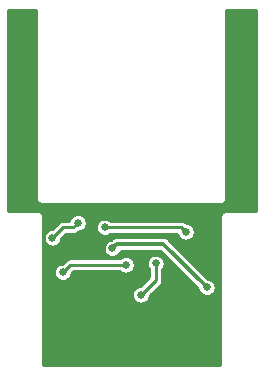
<source format=gbl>
G04 #@! TF.FileFunction,Copper,L16,Bot,Signal*
%FSLAX46Y46*%
G04 Gerber Fmt 4.6, Leading zero omitted, Abs format (unit mm)*
G04 Created by KiCad (PCBNEW 4.0.4-stable) date 07/01/17 17:47:30*
%MOMM*%
%LPD*%
G01*
G04 APERTURE LIST*
%ADD10C,0.100000*%
%ADD11C,0.635000*%
%ADD12C,0.355600*%
%ADD13C,0.254000*%
G04 APERTURE END LIST*
D10*
D11*
X4318000Y-24257000D03*
X15875000Y-24638000D03*
X7620000Y-19685000D03*
X13081000Y-21971000D03*
X11811000Y-24638000D03*
X10541000Y-22098000D03*
X5207000Y-22733000D03*
X9398000Y-20701000D03*
X17399000Y-24003000D03*
X15621000Y-19304000D03*
X8763000Y-18923000D03*
X4318000Y-19812000D03*
X6477000Y-18542000D03*
D12*
X15875000Y-24638000D02*
X15875000Y-24892000D01*
X6731000Y-26670000D02*
X4318000Y-24257000D01*
X14097000Y-26670000D02*
X6731000Y-26670000D01*
X15875000Y-24892000D02*
X14097000Y-26670000D01*
D13*
X13081000Y-23368000D02*
X13081000Y-21971000D01*
X11811000Y-24638000D02*
X13081000Y-23368000D01*
X10541000Y-22098000D02*
X5842000Y-22098000D01*
X5842000Y-22098000D02*
X5207000Y-22733000D01*
D12*
X9779000Y-20320000D02*
X10795000Y-20320000D01*
X9398000Y-20701000D02*
X9779000Y-20320000D01*
X17399000Y-24003000D02*
X13716000Y-20320000D01*
X13716000Y-20320000D02*
X9906000Y-20320000D01*
D13*
X15240000Y-18923000D02*
X14224000Y-18923000D01*
X15621000Y-19304000D02*
X15240000Y-18923000D01*
X14224000Y-18923000D02*
X8763000Y-18923000D01*
X8763000Y-18923000D02*
X8763000Y-18923000D01*
X5207000Y-18923000D02*
X6096000Y-18923000D01*
X4318000Y-19812000D02*
X5207000Y-18923000D01*
X6096000Y-18923000D02*
X6477000Y-18542000D01*
G36*
X2929500Y-16444800D02*
X2934152Y-16492249D01*
X2938477Y-16539765D01*
X2938979Y-16541469D01*
X2939152Y-16543238D01*
X2952930Y-16588874D01*
X2966403Y-16634651D01*
X2967227Y-16636228D01*
X2967740Y-16637926D01*
X2990108Y-16679994D01*
X3012228Y-16722305D01*
X3013342Y-16723691D01*
X3014176Y-16725259D01*
X3044311Y-16762208D01*
X3074205Y-16799389D01*
X3075566Y-16800531D01*
X3076690Y-16801909D01*
X3113427Y-16832300D01*
X3149975Y-16862968D01*
X3151534Y-16863825D01*
X3152901Y-16864956D01*
X3194796Y-16887608D01*
X3236650Y-16910618D01*
X3238346Y-16911156D01*
X3239907Y-16912000D01*
X3285453Y-16926099D01*
X3330930Y-16940525D01*
X3332695Y-16940723D01*
X3334394Y-16941249D01*
X3381849Y-16946237D01*
X3429224Y-16951551D01*
X3432635Y-16951575D01*
X3432762Y-16951588D01*
X3432890Y-16951576D01*
X3436300Y-16951600D01*
X18536300Y-16951600D01*
X18583749Y-16946948D01*
X18631265Y-16942623D01*
X18632969Y-16942121D01*
X18634738Y-16941948D01*
X18680374Y-16928170D01*
X18726151Y-16914697D01*
X18727728Y-16913873D01*
X18729426Y-16913360D01*
X18771494Y-16890992D01*
X18813805Y-16868872D01*
X18815191Y-16867758D01*
X18816759Y-16866924D01*
X18853708Y-16836789D01*
X18890889Y-16806895D01*
X18892031Y-16805534D01*
X18893409Y-16804410D01*
X18923800Y-16767673D01*
X18954468Y-16731125D01*
X18955325Y-16729566D01*
X18956456Y-16728199D01*
X18979108Y-16686304D01*
X19002118Y-16644450D01*
X19002656Y-16642754D01*
X19003500Y-16641193D01*
X19017599Y-16595647D01*
X19032025Y-16550170D01*
X19032223Y-16548405D01*
X19032749Y-16546706D01*
X19037737Y-16499251D01*
X19043051Y-16451876D01*
X19043075Y-16448465D01*
X19043088Y-16448338D01*
X19043076Y-16448210D01*
X19043100Y-16444800D01*
X19043100Y-551600D01*
X21529500Y-551600D01*
X21529500Y-17538000D01*
X19036300Y-17538000D01*
X18988851Y-17542652D01*
X18941335Y-17546977D01*
X18939631Y-17547479D01*
X18937862Y-17547652D01*
X18892226Y-17561430D01*
X18846449Y-17574903D01*
X18844872Y-17575727D01*
X18843174Y-17576240D01*
X18801106Y-17598608D01*
X18758795Y-17620728D01*
X18757409Y-17621842D01*
X18755841Y-17622676D01*
X18718892Y-17652811D01*
X18681711Y-17682705D01*
X18680569Y-17684066D01*
X18679191Y-17685190D01*
X18648800Y-17721927D01*
X18618132Y-17758475D01*
X18617275Y-17760034D01*
X18616144Y-17761401D01*
X18593492Y-17803296D01*
X18570482Y-17845150D01*
X18569944Y-17846846D01*
X18569100Y-17848407D01*
X18555001Y-17893953D01*
X18540575Y-17939430D01*
X18540377Y-17941195D01*
X18539851Y-17942894D01*
X18534863Y-17990349D01*
X18529549Y-18037724D01*
X18529525Y-18041135D01*
X18529512Y-18041262D01*
X18529524Y-18041390D01*
X18529500Y-18044800D01*
X18529500Y-30538000D01*
X3543100Y-30538000D01*
X3543100Y-24701003D01*
X11060715Y-24701003D01*
X11087241Y-24845535D01*
X11141335Y-24982161D01*
X11220937Y-25105678D01*
X11323014Y-25211382D01*
X11443678Y-25295246D01*
X11578333Y-25354075D01*
X11721851Y-25385630D01*
X11868764Y-25388707D01*
X12013477Y-25363190D01*
X12150477Y-25310051D01*
X12274548Y-25231314D01*
X12380961Y-25129977D01*
X12465665Y-25009902D01*
X12525433Y-24875660D01*
X12557989Y-24732367D01*
X12558713Y-24680549D01*
X13476131Y-23763131D01*
X13508884Y-23723257D01*
X13542073Y-23683704D01*
X13543489Y-23681129D01*
X13545354Y-23678858D01*
X13569721Y-23633412D01*
X13594613Y-23588135D01*
X13595503Y-23585328D01*
X13596889Y-23582744D01*
X13611956Y-23533462D01*
X13627589Y-23484181D01*
X13627917Y-23481258D01*
X13628775Y-23478451D01*
X13633988Y-23427137D01*
X13639746Y-23375802D01*
X13639786Y-23370061D01*
X13639797Y-23369950D01*
X13639787Y-23369847D01*
X13639800Y-23368000D01*
X13639800Y-22473606D01*
X13650961Y-22462977D01*
X13735665Y-22342902D01*
X13795433Y-22208660D01*
X13827989Y-22065367D01*
X13830333Y-21897527D01*
X13801791Y-21753380D01*
X13745794Y-21617523D01*
X13664476Y-21495129D01*
X13560933Y-21390861D01*
X13439110Y-21308690D01*
X13303646Y-21251746D01*
X13159702Y-21222199D01*
X13012760Y-21221173D01*
X12868418Y-21248708D01*
X12732172Y-21303754D01*
X12609214Y-21384216D01*
X12504225Y-21487028D01*
X12421206Y-21608275D01*
X12363318Y-21743338D01*
X12332766Y-21887072D01*
X12330715Y-22034003D01*
X12357241Y-22178535D01*
X12411335Y-22315161D01*
X12490937Y-22438678D01*
X12522200Y-22471052D01*
X12522200Y-23136538D01*
X11770372Y-23888366D01*
X11742760Y-23888173D01*
X11598418Y-23915708D01*
X11462172Y-23970754D01*
X11339214Y-24051216D01*
X11234225Y-24154028D01*
X11151206Y-24275275D01*
X11093318Y-24410338D01*
X11062766Y-24554072D01*
X11060715Y-24701003D01*
X3543100Y-24701003D01*
X3543100Y-22796003D01*
X4456715Y-22796003D01*
X4483241Y-22940535D01*
X4537335Y-23077161D01*
X4616937Y-23200678D01*
X4719014Y-23306382D01*
X4839678Y-23390246D01*
X4974333Y-23449075D01*
X5117851Y-23480630D01*
X5264764Y-23483707D01*
X5409477Y-23458190D01*
X5546477Y-23405051D01*
X5670548Y-23326314D01*
X5776961Y-23224977D01*
X5861665Y-23104902D01*
X5921433Y-22970660D01*
X5953989Y-22827367D01*
X5954713Y-22775550D01*
X6073463Y-22656800D01*
X10038932Y-22656800D01*
X10053014Y-22671382D01*
X10173678Y-22755246D01*
X10308333Y-22814075D01*
X10451851Y-22845630D01*
X10598764Y-22848707D01*
X10743477Y-22823190D01*
X10880477Y-22770051D01*
X11004548Y-22691314D01*
X11110961Y-22589977D01*
X11195665Y-22469902D01*
X11255433Y-22335660D01*
X11287989Y-22192367D01*
X11290333Y-22024527D01*
X11261791Y-21880380D01*
X11205794Y-21744523D01*
X11124476Y-21622129D01*
X11020933Y-21517861D01*
X10899110Y-21435690D01*
X10763646Y-21378746D01*
X10619702Y-21349199D01*
X10472760Y-21348173D01*
X10328418Y-21375708D01*
X10192172Y-21430754D01*
X10069214Y-21511216D01*
X10040637Y-21539200D01*
X5842000Y-21539200D01*
X5790632Y-21544237D01*
X5739209Y-21548735D01*
X5736385Y-21549555D01*
X5733462Y-21549842D01*
X5684072Y-21564754D01*
X5634480Y-21579162D01*
X5631870Y-21580515D01*
X5629058Y-21581364D01*
X5583503Y-21605586D01*
X5537656Y-21629351D01*
X5535359Y-21631185D01*
X5532765Y-21632564D01*
X5492780Y-21665175D01*
X5452424Y-21697390D01*
X5448333Y-21701424D01*
X5448250Y-21701492D01*
X5448186Y-21701569D01*
X5446869Y-21702868D01*
X5166372Y-21983366D01*
X5138760Y-21983173D01*
X4994418Y-22010708D01*
X4858172Y-22065754D01*
X4735214Y-22146216D01*
X4630225Y-22249028D01*
X4547206Y-22370275D01*
X4489318Y-22505338D01*
X4458766Y-22649072D01*
X4456715Y-22796003D01*
X3543100Y-22796003D01*
X3543100Y-20764003D01*
X8647715Y-20764003D01*
X8674241Y-20908535D01*
X8728335Y-21045161D01*
X8807937Y-21168678D01*
X8910014Y-21274382D01*
X9030678Y-21358246D01*
X9165333Y-21417075D01*
X9308851Y-21448630D01*
X9455764Y-21451707D01*
X9600477Y-21426190D01*
X9737477Y-21373051D01*
X9861548Y-21294314D01*
X9967961Y-21192977D01*
X10052665Y-21072902D01*
X10112433Y-20938660D01*
X10114491Y-20929600D01*
X13463496Y-20929600D01*
X16659688Y-24125793D01*
X16675241Y-24210535D01*
X16729335Y-24347161D01*
X16808937Y-24470678D01*
X16911014Y-24576382D01*
X17031678Y-24660246D01*
X17166333Y-24719075D01*
X17309851Y-24750630D01*
X17456764Y-24753707D01*
X17601477Y-24728190D01*
X17738477Y-24675051D01*
X17862548Y-24596314D01*
X17968961Y-24494977D01*
X18053665Y-24374902D01*
X18113433Y-24240660D01*
X18145989Y-24097367D01*
X18148333Y-23929527D01*
X18119791Y-23785380D01*
X18063794Y-23649523D01*
X17982476Y-23527129D01*
X17878933Y-23422861D01*
X17757110Y-23340690D01*
X17621646Y-23283746D01*
X17521241Y-23263136D01*
X14147052Y-19888948D01*
X14103569Y-19853230D01*
X14060404Y-19817011D01*
X14057595Y-19815467D01*
X14055118Y-19813432D01*
X14005499Y-19786826D01*
X13956147Y-19759695D01*
X13953090Y-19758725D01*
X13950266Y-19757211D01*
X13896447Y-19740757D01*
X13842743Y-19723721D01*
X13839555Y-19723363D01*
X13836492Y-19722427D01*
X13780527Y-19716742D01*
X13724511Y-19710459D01*
X13718242Y-19710416D01*
X13718128Y-19710404D01*
X13718022Y-19710414D01*
X13716000Y-19710400D01*
X9779000Y-19710400D01*
X9722971Y-19715894D01*
X9666863Y-19720803D01*
X9663785Y-19721697D01*
X9660595Y-19722010D01*
X9606700Y-19738282D01*
X9552614Y-19753995D01*
X9549767Y-19755471D01*
X9546699Y-19756397D01*
X9496965Y-19782841D01*
X9446988Y-19808747D01*
X9444485Y-19810745D01*
X9441653Y-19812251D01*
X9398052Y-19847811D01*
X9354007Y-19882971D01*
X9349541Y-19887376D01*
X9349455Y-19887446D01*
X9349389Y-19887526D01*
X9347947Y-19888948D01*
X9275341Y-19961554D01*
X9185418Y-19978708D01*
X9049172Y-20033754D01*
X8926214Y-20114216D01*
X8821225Y-20217028D01*
X8738206Y-20338275D01*
X8680318Y-20473338D01*
X8649766Y-20617072D01*
X8647715Y-20764003D01*
X3543100Y-20764003D01*
X3543100Y-19875003D01*
X3567715Y-19875003D01*
X3594241Y-20019535D01*
X3648335Y-20156161D01*
X3727937Y-20279678D01*
X3830014Y-20385382D01*
X3950678Y-20469246D01*
X4085333Y-20528075D01*
X4228851Y-20559630D01*
X4375764Y-20562707D01*
X4520477Y-20537190D01*
X4657477Y-20484051D01*
X4781548Y-20405314D01*
X4887961Y-20303977D01*
X4972665Y-20183902D01*
X5032433Y-20049660D01*
X5064989Y-19906367D01*
X5065713Y-19854549D01*
X5438462Y-19481800D01*
X6096000Y-19481800D01*
X6147414Y-19476759D01*
X6198791Y-19472264D01*
X6201610Y-19471445D01*
X6204538Y-19471158D01*
X6253970Y-19456233D01*
X6303520Y-19441838D01*
X6306130Y-19440485D01*
X6308942Y-19439636D01*
X6354497Y-19415414D01*
X6400344Y-19391649D01*
X6402641Y-19389815D01*
X6405235Y-19388436D01*
X6445220Y-19355825D01*
X6485576Y-19323610D01*
X6489663Y-19319579D01*
X6489750Y-19319508D01*
X6489817Y-19319427D01*
X6491131Y-19318131D01*
X6516929Y-19292333D01*
X6534764Y-19292707D01*
X6679477Y-19267190D01*
X6816477Y-19214051D01*
X6940548Y-19135314D01*
X7046961Y-19033977D01*
X7080803Y-18986003D01*
X8012715Y-18986003D01*
X8039241Y-19130535D01*
X8093335Y-19267161D01*
X8172937Y-19390678D01*
X8275014Y-19496382D01*
X8395678Y-19580246D01*
X8530333Y-19639075D01*
X8673851Y-19670630D01*
X8820764Y-19673707D01*
X8965477Y-19648190D01*
X9102477Y-19595051D01*
X9226548Y-19516314D01*
X9262791Y-19481800D01*
X14891784Y-19481800D01*
X14897241Y-19511535D01*
X14951335Y-19648161D01*
X15030937Y-19771678D01*
X15133014Y-19877382D01*
X15253678Y-19961246D01*
X15388333Y-20020075D01*
X15531851Y-20051630D01*
X15678764Y-20054707D01*
X15823477Y-20029190D01*
X15960477Y-19976051D01*
X16084548Y-19897314D01*
X16190961Y-19795977D01*
X16275665Y-19675902D01*
X16335433Y-19541660D01*
X16367989Y-19398367D01*
X16370333Y-19230527D01*
X16341791Y-19086380D01*
X16285794Y-18950523D01*
X16204476Y-18828129D01*
X16100933Y-18723861D01*
X15979110Y-18641690D01*
X15843646Y-18584746D01*
X15699702Y-18555199D01*
X15662199Y-18554937D01*
X15635131Y-18527869D01*
X15595257Y-18495116D01*
X15555704Y-18461927D01*
X15553129Y-18460511D01*
X15550858Y-18458646D01*
X15505378Y-18434260D01*
X15460135Y-18409387D01*
X15457333Y-18408498D01*
X15454744Y-18407110D01*
X15405416Y-18392029D01*
X15356181Y-18376411D01*
X15353258Y-18376083D01*
X15350451Y-18375225D01*
X15299137Y-18370012D01*
X15247802Y-18364254D01*
X15242061Y-18364214D01*
X15241950Y-18364203D01*
X15241847Y-18364213D01*
X15240000Y-18364200D01*
X9264124Y-18364200D01*
X9242933Y-18342861D01*
X9121110Y-18260690D01*
X8985646Y-18203746D01*
X8841702Y-18174199D01*
X8694760Y-18173173D01*
X8550418Y-18200708D01*
X8414172Y-18255754D01*
X8291214Y-18336216D01*
X8186225Y-18439028D01*
X8103206Y-18560275D01*
X8045318Y-18695338D01*
X8014766Y-18839072D01*
X8012715Y-18986003D01*
X7080803Y-18986003D01*
X7131665Y-18913902D01*
X7191433Y-18779660D01*
X7223989Y-18636367D01*
X7226333Y-18468527D01*
X7197791Y-18324380D01*
X7141794Y-18188523D01*
X7060476Y-18066129D01*
X6956933Y-17961861D01*
X6835110Y-17879690D01*
X6699646Y-17822746D01*
X6555702Y-17793199D01*
X6408760Y-17792173D01*
X6264418Y-17819708D01*
X6128172Y-17874754D01*
X6005214Y-17955216D01*
X5900225Y-18058028D01*
X5817206Y-18179275D01*
X5759318Y-18314338D01*
X5748719Y-18364200D01*
X5207000Y-18364200D01*
X5155586Y-18369241D01*
X5104209Y-18373736D01*
X5101390Y-18374555D01*
X5098462Y-18374842D01*
X5049030Y-18389767D01*
X4999480Y-18404162D01*
X4996870Y-18405515D01*
X4994058Y-18406364D01*
X4948503Y-18430586D01*
X4902656Y-18454351D01*
X4900359Y-18456185D01*
X4897765Y-18457564D01*
X4857780Y-18490175D01*
X4817424Y-18522390D01*
X4813337Y-18526421D01*
X4813250Y-18526492D01*
X4813183Y-18526573D01*
X4811869Y-18527869D01*
X4277372Y-19062366D01*
X4249760Y-19062173D01*
X4105418Y-19089708D01*
X3969172Y-19144754D01*
X3846214Y-19225216D01*
X3741225Y-19328028D01*
X3658206Y-19449275D01*
X3600318Y-19584338D01*
X3569766Y-19728072D01*
X3567715Y-19875003D01*
X3543100Y-19875003D01*
X3543100Y-18044800D01*
X3538448Y-17997351D01*
X3534123Y-17949835D01*
X3533621Y-17948131D01*
X3533448Y-17946362D01*
X3519670Y-17900726D01*
X3506197Y-17854949D01*
X3505373Y-17853372D01*
X3504860Y-17851674D01*
X3482492Y-17809606D01*
X3460372Y-17767295D01*
X3459258Y-17765909D01*
X3458424Y-17764341D01*
X3428289Y-17727392D01*
X3398395Y-17690211D01*
X3397034Y-17689069D01*
X3395910Y-17687691D01*
X3359173Y-17657300D01*
X3322625Y-17626632D01*
X3321066Y-17625775D01*
X3319699Y-17624644D01*
X3277804Y-17601992D01*
X3235950Y-17578982D01*
X3234254Y-17578444D01*
X3232693Y-17577600D01*
X3187147Y-17563501D01*
X3141670Y-17549075D01*
X3139905Y-17548877D01*
X3138206Y-17548351D01*
X3090751Y-17543363D01*
X3043376Y-17538049D01*
X3039965Y-17538025D01*
X3039838Y-17538012D01*
X3039710Y-17538024D01*
X3036300Y-17538000D01*
X543100Y-17538000D01*
X543100Y-551600D01*
X2929500Y-551600D01*
X2929500Y-16444800D01*
X2929500Y-16444800D01*
G37*
X2929500Y-16444800D02*
X2934152Y-16492249D01*
X2938477Y-16539765D01*
X2938979Y-16541469D01*
X2939152Y-16543238D01*
X2952930Y-16588874D01*
X2966403Y-16634651D01*
X2967227Y-16636228D01*
X2967740Y-16637926D01*
X2990108Y-16679994D01*
X3012228Y-16722305D01*
X3013342Y-16723691D01*
X3014176Y-16725259D01*
X3044311Y-16762208D01*
X3074205Y-16799389D01*
X3075566Y-16800531D01*
X3076690Y-16801909D01*
X3113427Y-16832300D01*
X3149975Y-16862968D01*
X3151534Y-16863825D01*
X3152901Y-16864956D01*
X3194796Y-16887608D01*
X3236650Y-16910618D01*
X3238346Y-16911156D01*
X3239907Y-16912000D01*
X3285453Y-16926099D01*
X3330930Y-16940525D01*
X3332695Y-16940723D01*
X3334394Y-16941249D01*
X3381849Y-16946237D01*
X3429224Y-16951551D01*
X3432635Y-16951575D01*
X3432762Y-16951588D01*
X3432890Y-16951576D01*
X3436300Y-16951600D01*
X18536300Y-16951600D01*
X18583749Y-16946948D01*
X18631265Y-16942623D01*
X18632969Y-16942121D01*
X18634738Y-16941948D01*
X18680374Y-16928170D01*
X18726151Y-16914697D01*
X18727728Y-16913873D01*
X18729426Y-16913360D01*
X18771494Y-16890992D01*
X18813805Y-16868872D01*
X18815191Y-16867758D01*
X18816759Y-16866924D01*
X18853708Y-16836789D01*
X18890889Y-16806895D01*
X18892031Y-16805534D01*
X18893409Y-16804410D01*
X18923800Y-16767673D01*
X18954468Y-16731125D01*
X18955325Y-16729566D01*
X18956456Y-16728199D01*
X18979108Y-16686304D01*
X19002118Y-16644450D01*
X19002656Y-16642754D01*
X19003500Y-16641193D01*
X19017599Y-16595647D01*
X19032025Y-16550170D01*
X19032223Y-16548405D01*
X19032749Y-16546706D01*
X19037737Y-16499251D01*
X19043051Y-16451876D01*
X19043075Y-16448465D01*
X19043088Y-16448338D01*
X19043076Y-16448210D01*
X19043100Y-16444800D01*
X19043100Y-551600D01*
X21529500Y-551600D01*
X21529500Y-17538000D01*
X19036300Y-17538000D01*
X18988851Y-17542652D01*
X18941335Y-17546977D01*
X18939631Y-17547479D01*
X18937862Y-17547652D01*
X18892226Y-17561430D01*
X18846449Y-17574903D01*
X18844872Y-17575727D01*
X18843174Y-17576240D01*
X18801106Y-17598608D01*
X18758795Y-17620728D01*
X18757409Y-17621842D01*
X18755841Y-17622676D01*
X18718892Y-17652811D01*
X18681711Y-17682705D01*
X18680569Y-17684066D01*
X18679191Y-17685190D01*
X18648800Y-17721927D01*
X18618132Y-17758475D01*
X18617275Y-17760034D01*
X18616144Y-17761401D01*
X18593492Y-17803296D01*
X18570482Y-17845150D01*
X18569944Y-17846846D01*
X18569100Y-17848407D01*
X18555001Y-17893953D01*
X18540575Y-17939430D01*
X18540377Y-17941195D01*
X18539851Y-17942894D01*
X18534863Y-17990349D01*
X18529549Y-18037724D01*
X18529525Y-18041135D01*
X18529512Y-18041262D01*
X18529524Y-18041390D01*
X18529500Y-18044800D01*
X18529500Y-30538000D01*
X3543100Y-30538000D01*
X3543100Y-24701003D01*
X11060715Y-24701003D01*
X11087241Y-24845535D01*
X11141335Y-24982161D01*
X11220937Y-25105678D01*
X11323014Y-25211382D01*
X11443678Y-25295246D01*
X11578333Y-25354075D01*
X11721851Y-25385630D01*
X11868764Y-25388707D01*
X12013477Y-25363190D01*
X12150477Y-25310051D01*
X12274548Y-25231314D01*
X12380961Y-25129977D01*
X12465665Y-25009902D01*
X12525433Y-24875660D01*
X12557989Y-24732367D01*
X12558713Y-24680549D01*
X13476131Y-23763131D01*
X13508884Y-23723257D01*
X13542073Y-23683704D01*
X13543489Y-23681129D01*
X13545354Y-23678858D01*
X13569721Y-23633412D01*
X13594613Y-23588135D01*
X13595503Y-23585328D01*
X13596889Y-23582744D01*
X13611956Y-23533462D01*
X13627589Y-23484181D01*
X13627917Y-23481258D01*
X13628775Y-23478451D01*
X13633988Y-23427137D01*
X13639746Y-23375802D01*
X13639786Y-23370061D01*
X13639797Y-23369950D01*
X13639787Y-23369847D01*
X13639800Y-23368000D01*
X13639800Y-22473606D01*
X13650961Y-22462977D01*
X13735665Y-22342902D01*
X13795433Y-22208660D01*
X13827989Y-22065367D01*
X13830333Y-21897527D01*
X13801791Y-21753380D01*
X13745794Y-21617523D01*
X13664476Y-21495129D01*
X13560933Y-21390861D01*
X13439110Y-21308690D01*
X13303646Y-21251746D01*
X13159702Y-21222199D01*
X13012760Y-21221173D01*
X12868418Y-21248708D01*
X12732172Y-21303754D01*
X12609214Y-21384216D01*
X12504225Y-21487028D01*
X12421206Y-21608275D01*
X12363318Y-21743338D01*
X12332766Y-21887072D01*
X12330715Y-22034003D01*
X12357241Y-22178535D01*
X12411335Y-22315161D01*
X12490937Y-22438678D01*
X12522200Y-22471052D01*
X12522200Y-23136538D01*
X11770372Y-23888366D01*
X11742760Y-23888173D01*
X11598418Y-23915708D01*
X11462172Y-23970754D01*
X11339214Y-24051216D01*
X11234225Y-24154028D01*
X11151206Y-24275275D01*
X11093318Y-24410338D01*
X11062766Y-24554072D01*
X11060715Y-24701003D01*
X3543100Y-24701003D01*
X3543100Y-22796003D01*
X4456715Y-22796003D01*
X4483241Y-22940535D01*
X4537335Y-23077161D01*
X4616937Y-23200678D01*
X4719014Y-23306382D01*
X4839678Y-23390246D01*
X4974333Y-23449075D01*
X5117851Y-23480630D01*
X5264764Y-23483707D01*
X5409477Y-23458190D01*
X5546477Y-23405051D01*
X5670548Y-23326314D01*
X5776961Y-23224977D01*
X5861665Y-23104902D01*
X5921433Y-22970660D01*
X5953989Y-22827367D01*
X5954713Y-22775550D01*
X6073463Y-22656800D01*
X10038932Y-22656800D01*
X10053014Y-22671382D01*
X10173678Y-22755246D01*
X10308333Y-22814075D01*
X10451851Y-22845630D01*
X10598764Y-22848707D01*
X10743477Y-22823190D01*
X10880477Y-22770051D01*
X11004548Y-22691314D01*
X11110961Y-22589977D01*
X11195665Y-22469902D01*
X11255433Y-22335660D01*
X11287989Y-22192367D01*
X11290333Y-22024527D01*
X11261791Y-21880380D01*
X11205794Y-21744523D01*
X11124476Y-21622129D01*
X11020933Y-21517861D01*
X10899110Y-21435690D01*
X10763646Y-21378746D01*
X10619702Y-21349199D01*
X10472760Y-21348173D01*
X10328418Y-21375708D01*
X10192172Y-21430754D01*
X10069214Y-21511216D01*
X10040637Y-21539200D01*
X5842000Y-21539200D01*
X5790632Y-21544237D01*
X5739209Y-21548735D01*
X5736385Y-21549555D01*
X5733462Y-21549842D01*
X5684072Y-21564754D01*
X5634480Y-21579162D01*
X5631870Y-21580515D01*
X5629058Y-21581364D01*
X5583503Y-21605586D01*
X5537656Y-21629351D01*
X5535359Y-21631185D01*
X5532765Y-21632564D01*
X5492780Y-21665175D01*
X5452424Y-21697390D01*
X5448333Y-21701424D01*
X5448250Y-21701492D01*
X5448186Y-21701569D01*
X5446869Y-21702868D01*
X5166372Y-21983366D01*
X5138760Y-21983173D01*
X4994418Y-22010708D01*
X4858172Y-22065754D01*
X4735214Y-22146216D01*
X4630225Y-22249028D01*
X4547206Y-22370275D01*
X4489318Y-22505338D01*
X4458766Y-22649072D01*
X4456715Y-22796003D01*
X3543100Y-22796003D01*
X3543100Y-20764003D01*
X8647715Y-20764003D01*
X8674241Y-20908535D01*
X8728335Y-21045161D01*
X8807937Y-21168678D01*
X8910014Y-21274382D01*
X9030678Y-21358246D01*
X9165333Y-21417075D01*
X9308851Y-21448630D01*
X9455764Y-21451707D01*
X9600477Y-21426190D01*
X9737477Y-21373051D01*
X9861548Y-21294314D01*
X9967961Y-21192977D01*
X10052665Y-21072902D01*
X10112433Y-20938660D01*
X10114491Y-20929600D01*
X13463496Y-20929600D01*
X16659688Y-24125793D01*
X16675241Y-24210535D01*
X16729335Y-24347161D01*
X16808937Y-24470678D01*
X16911014Y-24576382D01*
X17031678Y-24660246D01*
X17166333Y-24719075D01*
X17309851Y-24750630D01*
X17456764Y-24753707D01*
X17601477Y-24728190D01*
X17738477Y-24675051D01*
X17862548Y-24596314D01*
X17968961Y-24494977D01*
X18053665Y-24374902D01*
X18113433Y-24240660D01*
X18145989Y-24097367D01*
X18148333Y-23929527D01*
X18119791Y-23785380D01*
X18063794Y-23649523D01*
X17982476Y-23527129D01*
X17878933Y-23422861D01*
X17757110Y-23340690D01*
X17621646Y-23283746D01*
X17521241Y-23263136D01*
X14147052Y-19888948D01*
X14103569Y-19853230D01*
X14060404Y-19817011D01*
X14057595Y-19815467D01*
X14055118Y-19813432D01*
X14005499Y-19786826D01*
X13956147Y-19759695D01*
X13953090Y-19758725D01*
X13950266Y-19757211D01*
X13896447Y-19740757D01*
X13842743Y-19723721D01*
X13839555Y-19723363D01*
X13836492Y-19722427D01*
X13780527Y-19716742D01*
X13724511Y-19710459D01*
X13718242Y-19710416D01*
X13718128Y-19710404D01*
X13718022Y-19710414D01*
X13716000Y-19710400D01*
X9779000Y-19710400D01*
X9722971Y-19715894D01*
X9666863Y-19720803D01*
X9663785Y-19721697D01*
X9660595Y-19722010D01*
X9606700Y-19738282D01*
X9552614Y-19753995D01*
X9549767Y-19755471D01*
X9546699Y-19756397D01*
X9496965Y-19782841D01*
X9446988Y-19808747D01*
X9444485Y-19810745D01*
X9441653Y-19812251D01*
X9398052Y-19847811D01*
X9354007Y-19882971D01*
X9349541Y-19887376D01*
X9349455Y-19887446D01*
X9349389Y-19887526D01*
X9347947Y-19888948D01*
X9275341Y-19961554D01*
X9185418Y-19978708D01*
X9049172Y-20033754D01*
X8926214Y-20114216D01*
X8821225Y-20217028D01*
X8738206Y-20338275D01*
X8680318Y-20473338D01*
X8649766Y-20617072D01*
X8647715Y-20764003D01*
X3543100Y-20764003D01*
X3543100Y-19875003D01*
X3567715Y-19875003D01*
X3594241Y-20019535D01*
X3648335Y-20156161D01*
X3727937Y-20279678D01*
X3830014Y-20385382D01*
X3950678Y-20469246D01*
X4085333Y-20528075D01*
X4228851Y-20559630D01*
X4375764Y-20562707D01*
X4520477Y-20537190D01*
X4657477Y-20484051D01*
X4781548Y-20405314D01*
X4887961Y-20303977D01*
X4972665Y-20183902D01*
X5032433Y-20049660D01*
X5064989Y-19906367D01*
X5065713Y-19854549D01*
X5438462Y-19481800D01*
X6096000Y-19481800D01*
X6147414Y-19476759D01*
X6198791Y-19472264D01*
X6201610Y-19471445D01*
X6204538Y-19471158D01*
X6253970Y-19456233D01*
X6303520Y-19441838D01*
X6306130Y-19440485D01*
X6308942Y-19439636D01*
X6354497Y-19415414D01*
X6400344Y-19391649D01*
X6402641Y-19389815D01*
X6405235Y-19388436D01*
X6445220Y-19355825D01*
X6485576Y-19323610D01*
X6489663Y-19319579D01*
X6489750Y-19319508D01*
X6489817Y-19319427D01*
X6491131Y-19318131D01*
X6516929Y-19292333D01*
X6534764Y-19292707D01*
X6679477Y-19267190D01*
X6816477Y-19214051D01*
X6940548Y-19135314D01*
X7046961Y-19033977D01*
X7080803Y-18986003D01*
X8012715Y-18986003D01*
X8039241Y-19130535D01*
X8093335Y-19267161D01*
X8172937Y-19390678D01*
X8275014Y-19496382D01*
X8395678Y-19580246D01*
X8530333Y-19639075D01*
X8673851Y-19670630D01*
X8820764Y-19673707D01*
X8965477Y-19648190D01*
X9102477Y-19595051D01*
X9226548Y-19516314D01*
X9262791Y-19481800D01*
X14891784Y-19481800D01*
X14897241Y-19511535D01*
X14951335Y-19648161D01*
X15030937Y-19771678D01*
X15133014Y-19877382D01*
X15253678Y-19961246D01*
X15388333Y-20020075D01*
X15531851Y-20051630D01*
X15678764Y-20054707D01*
X15823477Y-20029190D01*
X15960477Y-19976051D01*
X16084548Y-19897314D01*
X16190961Y-19795977D01*
X16275665Y-19675902D01*
X16335433Y-19541660D01*
X16367989Y-19398367D01*
X16370333Y-19230527D01*
X16341791Y-19086380D01*
X16285794Y-18950523D01*
X16204476Y-18828129D01*
X16100933Y-18723861D01*
X15979110Y-18641690D01*
X15843646Y-18584746D01*
X15699702Y-18555199D01*
X15662199Y-18554937D01*
X15635131Y-18527869D01*
X15595257Y-18495116D01*
X15555704Y-18461927D01*
X15553129Y-18460511D01*
X15550858Y-18458646D01*
X15505378Y-18434260D01*
X15460135Y-18409387D01*
X15457333Y-18408498D01*
X15454744Y-18407110D01*
X15405416Y-18392029D01*
X15356181Y-18376411D01*
X15353258Y-18376083D01*
X15350451Y-18375225D01*
X15299137Y-18370012D01*
X15247802Y-18364254D01*
X15242061Y-18364214D01*
X15241950Y-18364203D01*
X15241847Y-18364213D01*
X15240000Y-18364200D01*
X9264124Y-18364200D01*
X9242933Y-18342861D01*
X9121110Y-18260690D01*
X8985646Y-18203746D01*
X8841702Y-18174199D01*
X8694760Y-18173173D01*
X8550418Y-18200708D01*
X8414172Y-18255754D01*
X8291214Y-18336216D01*
X8186225Y-18439028D01*
X8103206Y-18560275D01*
X8045318Y-18695338D01*
X8014766Y-18839072D01*
X8012715Y-18986003D01*
X7080803Y-18986003D01*
X7131665Y-18913902D01*
X7191433Y-18779660D01*
X7223989Y-18636367D01*
X7226333Y-18468527D01*
X7197791Y-18324380D01*
X7141794Y-18188523D01*
X7060476Y-18066129D01*
X6956933Y-17961861D01*
X6835110Y-17879690D01*
X6699646Y-17822746D01*
X6555702Y-17793199D01*
X6408760Y-17792173D01*
X6264418Y-17819708D01*
X6128172Y-17874754D01*
X6005214Y-17955216D01*
X5900225Y-18058028D01*
X5817206Y-18179275D01*
X5759318Y-18314338D01*
X5748719Y-18364200D01*
X5207000Y-18364200D01*
X5155586Y-18369241D01*
X5104209Y-18373736D01*
X5101390Y-18374555D01*
X5098462Y-18374842D01*
X5049030Y-18389767D01*
X4999480Y-18404162D01*
X4996870Y-18405515D01*
X4994058Y-18406364D01*
X4948503Y-18430586D01*
X4902656Y-18454351D01*
X4900359Y-18456185D01*
X4897765Y-18457564D01*
X4857780Y-18490175D01*
X4817424Y-18522390D01*
X4813337Y-18526421D01*
X4813250Y-18526492D01*
X4813183Y-18526573D01*
X4811869Y-18527869D01*
X4277372Y-19062366D01*
X4249760Y-19062173D01*
X4105418Y-19089708D01*
X3969172Y-19144754D01*
X3846214Y-19225216D01*
X3741225Y-19328028D01*
X3658206Y-19449275D01*
X3600318Y-19584338D01*
X3569766Y-19728072D01*
X3567715Y-19875003D01*
X3543100Y-19875003D01*
X3543100Y-18044800D01*
X3538448Y-17997351D01*
X3534123Y-17949835D01*
X3533621Y-17948131D01*
X3533448Y-17946362D01*
X3519670Y-17900726D01*
X3506197Y-17854949D01*
X3505373Y-17853372D01*
X3504860Y-17851674D01*
X3482492Y-17809606D01*
X3460372Y-17767295D01*
X3459258Y-17765909D01*
X3458424Y-17764341D01*
X3428289Y-17727392D01*
X3398395Y-17690211D01*
X3397034Y-17689069D01*
X3395910Y-17687691D01*
X3359173Y-17657300D01*
X3322625Y-17626632D01*
X3321066Y-17625775D01*
X3319699Y-17624644D01*
X3277804Y-17601992D01*
X3235950Y-17578982D01*
X3234254Y-17578444D01*
X3232693Y-17577600D01*
X3187147Y-17563501D01*
X3141670Y-17549075D01*
X3139905Y-17548877D01*
X3138206Y-17548351D01*
X3090751Y-17543363D01*
X3043376Y-17538049D01*
X3039965Y-17538025D01*
X3039838Y-17538012D01*
X3039710Y-17538024D01*
X3036300Y-17538000D01*
X543100Y-17538000D01*
X543100Y-551600D01*
X2929500Y-551600D01*
X2929500Y-16444800D01*
M02*

</source>
